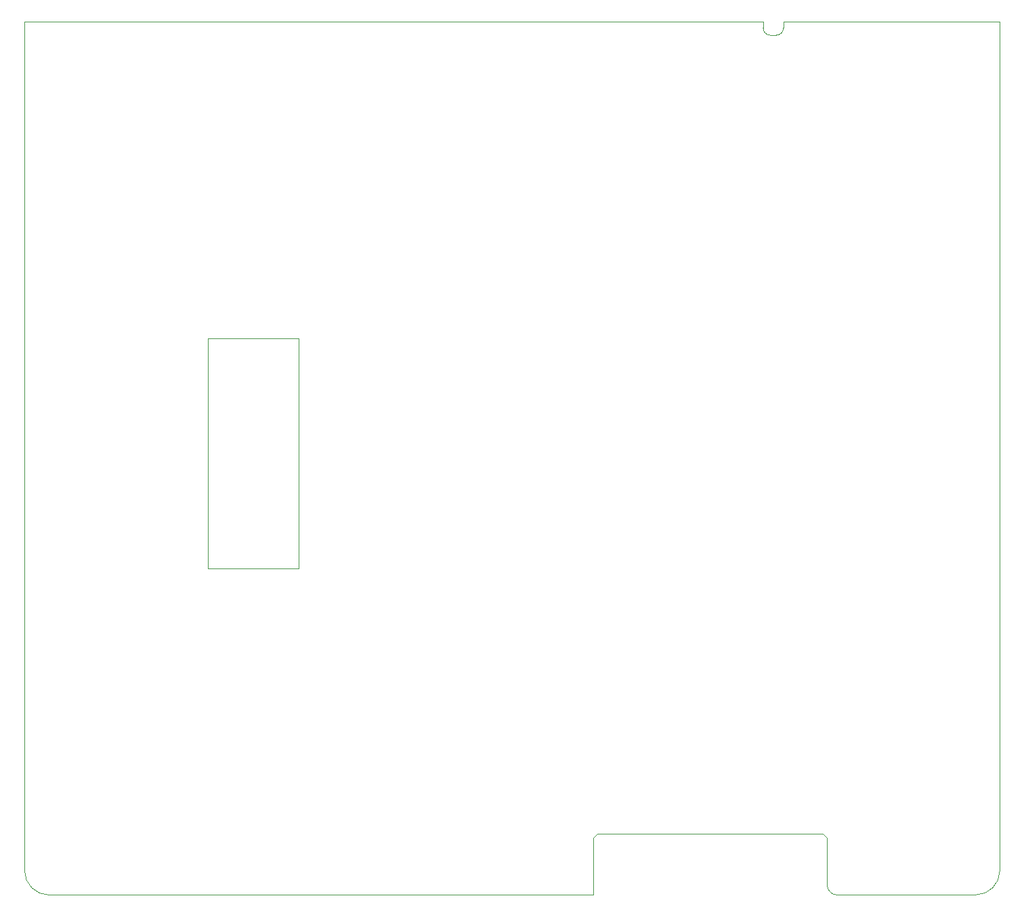
<source format=gbr>
G04 #@! TF.GenerationSoftware,KiCad,Pcbnew,7.0.11*
G04 #@! TF.CreationDate,2024-07-12T12:59:49+02:00*
G04 #@! TF.ProjectId,plinkyblack_hwmidi_jacks,706c696e-6b79-4626-9c61-636b5f68776d,rev?*
G04 #@! TF.SameCoordinates,Original*
G04 #@! TF.FileFunction,Profile,NP*
%FSLAX46Y46*%
G04 Gerber Fmt 4.6, Leading zero omitted, Abs format (unit mm)*
G04 Created by KiCad (PCBNEW 7.0.11) date 2024-07-12 12:59:49*
%MOMM*%
%LPD*%
G01*
G04 APERTURE LIST*
G04 #@! TA.AperFunction,Profile*
%ADD10C,0.050000*%
G04 #@! TD*
G04 APERTURE END LIST*
D10*
X15240000Y-131572000D02*
X15240000Y-25400000D01*
X116840000Y-134620000D02*
X134112000Y-134620000D01*
X55118000Y-134620000D02*
X61722000Y-134620000D01*
X46228000Y-134620000D02*
X40640000Y-134620000D01*
X109220000Y-27051000D02*
G75*
G03*
X110109000Y-26162000I0J889000D01*
G01*
X137160000Y-25400000D02*
X110109000Y-25400000D01*
X76200000Y-134620000D02*
X82804000Y-134620000D01*
X61722000Y-134620000D02*
X76200000Y-134620000D01*
X82804000Y-134620000D02*
X86360000Y-134620000D01*
X55118000Y-134620000D02*
X46228000Y-134620000D01*
X76200000Y-25400000D02*
X69596000Y-25400000D01*
X97282000Y-25400000D02*
X90681608Y-25404506D01*
X107569000Y-25400000D02*
X97282000Y-25400000D01*
X90678000Y-25400000D02*
X76200000Y-25400000D01*
X69596000Y-25400000D02*
X15240000Y-25400000D01*
X134112000Y-134620000D02*
G75*
G03*
X137160000Y-131572000I0J3048000D01*
G01*
X115570000Y-127508000D02*
X115062000Y-127000000D01*
X86360000Y-127508000D02*
X86868000Y-127000000D01*
X18288000Y-134620000D02*
X40640000Y-134620000D01*
X115570000Y-133350000D02*
X115570000Y-127508000D01*
X15240000Y-131572000D02*
G75*
G03*
X18288000Y-134620000I3048000J0D01*
G01*
X38132400Y-65000000D02*
X49500000Y-65000000D01*
X49500000Y-93750000D01*
X38132400Y-93750000D01*
X38132400Y-65000000D01*
X115570000Y-133350000D02*
G75*
G03*
X116840000Y-134620000I1270000J0D01*
G01*
X137160000Y-25400000D02*
X137160000Y-131572000D01*
X107569000Y-26162000D02*
G75*
G03*
X108458000Y-27051000I889000J0D01*
G01*
X107569000Y-25400000D02*
X107569000Y-26162000D01*
X115062000Y-127000000D02*
X86868000Y-127000000D01*
X108458000Y-27051000D02*
X109220000Y-27051000D01*
X86360000Y-134620000D02*
X86360000Y-127508000D01*
X110109000Y-25400000D02*
X110109000Y-26162000D01*
M02*

</source>
